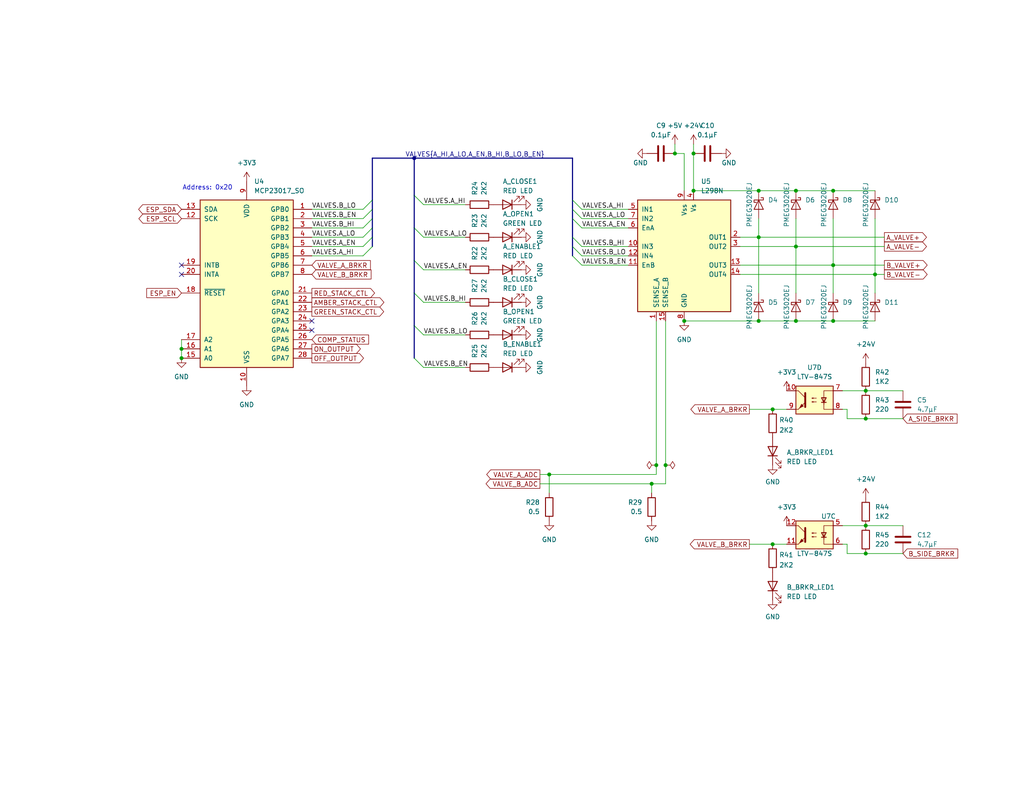
<source format=kicad_sch>
(kicad_sch (version 20211123) (generator eeschema)
  (paper "A")
  (title_block (title "Valve Control") (date "2022-10-17") (rev "1") (company "i3Detroit"))
  (lib_symbols
    (symbol "Device:C" (pin_numbers hide) (pin_names (offset 0.254))
      (property "Reference" "C" (at 0.635 2.54 0))
      (property "Value" "C" (at 0.635 -2.54 0))
      (symbol "C_0_1"
        (polyline (pts (xy -2.032 -0.762) (xy 2.032 -0.762)) (stroke (width 0.508)))
        (polyline (pts (xy -2.032 0.762) (xy 2.032 0.762)) (stroke (width 0.508)))
      )
      (symbol "C_1_1"
        (pin passive line (at 0 3.81 270) (length 2.794) (name "~") (number "1"))
        (pin passive line (at 0 -3.81 90) (length 2.794) (name "~") (number "2"))
      )
    )
    (symbol "Device:LED" (pin_numbers hide) (pin_names (offset 1.016) hide)
      (property "Reference" "D" (at 0 2.54 0))
      (property "Value" "LED" (at 0 -2.54 0))
      (symbol "LED_0_1"
        (polyline (pts (xy -1.27 -1.27) (xy -1.27 1.27)) (stroke (width 0.254)))
        (polyline (pts (xy -1.27 0) (xy 1.27 0)))
        (polyline (pts (xy 1.27 -1.27) (xy 1.27 1.27) (xy -1.27 0) (xy 1.27 -1.27)) (stroke (width 0.254)))
        (polyline (pts (xy -3.048 -0.762) (xy -4.572 -2.286) (xy -3.81 -2.286) (xy -4.572 -2.286) (xy -4.572 -1.524)))
        (polyline (pts (xy -1.778 -0.762) (xy -3.302 -2.286) (xy -2.54 -2.286) (xy -3.302 -2.286) (xy -3.302 -1.524)))
      )
      (symbol "LED_1_1"
        (pin passive line (at -3.81 0 0) (length 2.54) (name "K") (number "1"))
        (pin passive line (at 3.81 0 180) (length 2.54) (name "A") (number "2"))
      )
    )
    (symbol "Device:R" (pin_numbers hide) (pin_names (offset 0))
      (property "Reference" "R" (at 2.032 0 90))
      (property "Value" "R" (at 0 0 90))
      (symbol "R_0_1"
        (rectangle (start -1.016 -2.54) (end 1.016 2.54) (stroke (width 0.254)))
      )
      (symbol "R_1_1"
        (pin passive line (at 0 3.81 270) (length 1.27) (name "~") (number "1"))
        (pin passive line (at 0 -3.81 90) (length 1.27) (name "~") (number "2"))
      )
    )
    (symbol "Diode:PMEG3020EJ" (pin_numbers hide) (pin_names hide)
      (property "Reference" "D" (at 0 2.54 0))
      (property "Value" "PMEG3020EJ" (at 0 -2.54 0))
      (symbol "PMEG3020EJ_0_1"
        (polyline (pts (xy 1.27 0) (xy -1.27 0)))
        (polyline (pts (xy 1.27 1.27) (xy 1.27 -1.27) (xy -1.27 0) (xy 1.27 1.27)) (stroke (width 0.2032)))
        (polyline (pts (xy -1.905 0.635) (xy -1.905 1.27) (xy -1.27 1.27) (xy -1.27 -1.27) (xy -0.635 -1.27) (xy -0.635 -0.635)) (stroke (width 0.2032)))
      )
      (symbol "PMEG3020EJ_1_1"
        (pin passive line (at -3.81 0 0) (length 2.54) (name "K") (number "1"))
        (pin passive line (at 3.81 0 180) (length 2.54) (name "A") (number "2"))
      )
    )
    (symbol "Driver_Motor:L298N" (pin_names (offset 1.016))
      (property "Reference" "U" (at -10.16 16.51 0))
      (property "Value" "L298N" (at 12.7 16.51 0))
      (symbol "L298N_0_1"
        (rectangle (start -12.7 15.24) (end 12.7 -15.24) (stroke (width 0.254)) (fill (type background)))
      )
      (symbol "L298N_1_1"
        (pin power_in line (at -7.62 -17.78 90) (length 2.54) (name "SENSE_A") (number "1"))
        (pin input line (at -15.24 2.54 0) (length 2.54) (name "IN3") (number "10"))
        (pin input line (at -15.24 -2.54 0) (length 2.54) (name "EnB") (number "11"))
        (pin input line (at -15.24 0 0) (length 2.54) (name "IN4") (number "12"))
        (pin output line (at 15.24 -2.54 180) (length 2.54) (name "OUT3") (number "13"))
        (pin output line (at 15.24 -5.08 180) (length 2.54) (name "OUT4") (number "14"))
        (pin power_in line (at -5.08 -17.78 90) (length 2.54) (name "SENSE_B") (number "15"))
        (pin output line (at 15.24 5.08 180) (length 2.54) (name "OUT1") (number "2"))
        (pin output line (at 15.24 2.54 180) (length 2.54) (name "OUT2") (number "3"))
        (pin power_in line (at 2.54 17.78 270) (length 2.54) (name "Vs") (number "4"))
        (pin input line (at -15.24 12.7 0) (length 2.54) (name "IN1") (number "5"))
        (pin input line (at -15.24 7.62 0) (length 2.54) (name "EnA") (number "6"))
        (pin input line (at -15.24 10.16 0) (length 2.54) (name "IN2") (number "7"))
        (pin power_in line (at 0 -17.78 90) (length 2.54) (name "GND") (number "8"))
        (pin power_in line (at 0 17.78 270) (length 2.54) (name "Vss") (number "9"))
      )
    )
    (symbol "Interface_Expansion:MCP23017_SO" (pin_names (offset 1.016))
      (property "Reference" "U" (at -11.43 24.13 0))
      (property "Value" "MCP23017_SO" (at 0 0 0))
      (symbol "MCP23017_SO_0_1"
        (rectangle (start -12.7 22.86) (end 12.7 -22.86) (stroke (width 0.254)) (fill (type background)))
      )
      (symbol "MCP23017_SO_1_1"
        (pin bidirectional line (at 17.78 20.32 180) (length 5.08) (name "GPB0") (number "1"))
        (pin power_in line (at 0 -27.94 90) (length 5.08) (name "VSS") (number "10"))
        (pin no_connect line (at -12.7 15.24 0) (length 5.08) hide (name "NC") (number "11"))
        (pin input line (at -17.78 17.78 0) (length 5.08) (name "SCK") (number "12"))
        (pin bidirectional line (at -17.78 20.32 0) (length 5.08) (name "SDA") (number "13"))
        (pin no_connect line (at -12.7 12.7 0) (length 5.08) hide (name "NC") (number "14"))
        (pin input line (at -17.78 -20.32 0) (length 5.08) (name "A0") (number "15"))
        (pin input line (at -17.78 -17.78 0) (length 5.08) (name "A1") (number "16"))
        (pin input line (at -17.78 -15.24 0) (length 5.08) (name "A2") (number "17"))
        (pin input line (at -17.78 -2.54 0) (length 5.08) (name "~{RESET}") (number "18"))
        (pin tri_state line (at -17.78 5.08 0) (length 5.08) (name "INTB") (number "19"))
        (pin bidirectional line (at 17.78 17.78 180) (length 5.08) (name "GPB1") (number "2"))
        (pin tri_state line (at -17.78 2.54 0) (length 5.08) (name "INTA") (number "20"))
        (pin bidirectional line (at 17.78 -2.54 180) (length 5.08) (name "GPA0") (number "21"))
        (pin bidirectional line (at 17.78 -5.08 180) (length 5.08) (name "GPA1") (number "22"))
        (pin bidirectional line (at 17.78 -7.62 180) (length 5.08) (name "GPA2") (number "23"))
        (pin bidirectional line (at 17.78 -10.16 180) (length 5.08) (name "GPA3") (number "24"))
        (pin bidirectional line (at 17.78 -12.7 180) (length 5.08) (name "GPA4") (number "25"))
        (pin bidirectional line (at 17.78 -15.24 180) (length 5.08) (name "GPA5") (number "26"))
        (pin bidirectional line (at 17.78 -17.78 180) (length 5.08) (name "GPA6") (number "27"))
        (pin bidirectional line (at 17.78 -20.32 180) (length 5.08) (name "GPA7") (number "28"))
        (pin bidirectional line (at 17.78 15.24 180) (length 5.08) (name "GPB2") (number "3"))
        (pin bidirectional line (at 17.78 12.7 180) (length 5.08) (name "GPB3") (number "4"))
        (pin bidirectional line (at 17.78 10.16 180) (length 5.08) (name "GPB4") (number "5"))
        (pin bidirectional line (at 17.78 7.62 180) (length 5.08) (name "GPB5") (number "6"))
        (pin bidirectional line (at 17.78 5.08 180) (length 5.08) (name "GPB6") (number "7"))
        (pin bidirectional line (at 17.78 2.54 180) (length 5.08) (name "GPB7") (number "8"))
        (pin power_in line (at 0 27.94 270) (length 5.08) (name "VDD") (number "9"))
      )
    )
    (symbol "Isolator:LTV-847S" (pin_names (offset 1.016))
      (property "Reference" "U" (at -3.81 5.08 0))
      (property "Value" "LTV-847S" (at 0 -5.08 0))
      (symbol "LTV-847S_0_1"
        (rectangle (start -5.08 3.81) (end 5.08 -3.81) (stroke (width 0.254)) (fill (type background)))
        (polyline (pts (xy -3.175 -0.635) (xy -1.905 -0.635)) (stroke (width 0.254)))
        (polyline (pts (xy 2.54 0.635) (xy 4.445 2.54)))
        (polyline (pts (xy 4.445 -2.54) (xy 2.54 -0.635)) (fill (type outline)))
        (polyline (pts (xy 4.445 -2.54) (xy 5.08 -2.54)))
        (polyline (pts (xy 4.445 2.54) (xy 5.08 2.54)))
        (polyline (pts (xy -2.54 -0.635) (xy -2.54 -2.54) (xy -5.08 -2.54)))
        (polyline (pts (xy 2.54 1.905) (xy 2.54 -1.905) (xy 2.54 -1.905)) (stroke (width 0.508)))
        (polyline (pts (xy -5.08 2.54) (xy -2.54 2.54) (xy -2.54 -1.27) (xy -2.54 0.635)))
        (polyline (pts (xy -2.54 -0.635) (xy -3.175 0.635) (xy -1.905 0.635) (xy -2.54 -0.635)) (stroke (width 0.254)))
        (polyline (pts (xy -0.508 -0.508) (xy 0.762 -0.508) (xy 0.381 -0.635) (xy 0.381 -0.381) (xy 0.762 -0.508)))
        (polyline (pts (xy -0.508 0.508) (xy 0.762 0.508) (xy 0.381 0.381) (xy 0.381 0.635) (xy 0.762 0.508)))
        (polyline (pts (xy 3.048 -1.651) (xy 3.556 -1.143) (xy 4.064 -2.159) (xy 3.048 -1.651) (xy 3.048 -1.651)) (fill (type outline)))
      )
      (symbol "LTV-847S_1_1"
        (pin passive line (at -7.62 2.54 0) (length 2.54) (name "~") (number "1"))
        (pin passive line (at 7.62 -2.54 180) (length 2.54) (name "~") (number "15"))
        (pin passive line (at 7.62 2.54 180) (length 2.54) (name "~") (number "16"))
        (pin passive line (at -7.62 -2.54 0) (length 2.54) (name "~") (number "2"))
      )
      (symbol "LTV-847S_2_1"
        (pin passive line (at 7.62 -2.54 180) (length 2.54) (name "~") (number "13"))
        (pin passive line (at 7.62 2.54 180) (length 2.54) (name "~") (number "14"))
        (pin passive line (at -7.62 2.54 0) (length 2.54) (name "~") (number "3"))
        (pin passive line (at -7.62 -2.54 0) (length 2.54) (name "~") (number "4"))
      )
      (symbol "LTV-847S_3_1"
        (pin passive line (at 7.62 -2.54 180) (length 2.54) (name "~") (number "11"))
        (pin passive line (at 7.62 2.54 180) (length 2.54) (name "~") (number "12"))
        (pin passive line (at -7.62 2.54 0) (length 2.54) (name "~") (number "5"))
        (pin passive line (at -7.62 -2.54 0) (length 2.54) (name "~") (number "6"))
      )
      (symbol "LTV-847S_4_1"
        (pin passive line (at 7.62 2.54 180) (length 2.54) (name "~") (number "10"))
        (pin passive line (at -7.62 2.54 0) (length 2.54) (name "~") (number "7"))
        (pin passive line (at -7.62 -2.54 0) (length 2.54) (name "~") (number "8"))
        (pin passive line (at 7.62 -2.54 180) (length 2.54) (name "~") (number "9"))
      )
    )
    (symbol "power:+24V" (power) (pin_names (offset 0))
      (property "Value" "+24V" (at 0 3.556 0))
      (symbol "+24V_0_1"
        (polyline (pts (xy -0.762 1.27) (xy 0 2.54)))
        (polyline (pts (xy 0 0) (xy 0 2.54)))
        (polyline (pts (xy 0 2.54) (xy 0.762 1.27)))
      )
      (symbol "+24V_1_1"
        (pin power_in line (at 0 0 90) (length 0) hide (name "+24V") (number "1"))
      )
    )
    (symbol "power:+3V3" (power) (pin_names (offset 0))
      (property "Value" "+3V3" (at 0 3.556 0))
      (symbol "+3V3_0_1"
        (polyline (pts (xy -0.762 1.27) (xy 0 2.54)))
        (polyline (pts (xy 0 0) (xy 0 2.54)))
        (polyline (pts (xy 0 2.54) (xy 0.762 1.27)))
      )
      (symbol "+3V3_1_1"
        (pin power_in line (at 0 0 90) (length 0) hide (name "+3V3") (number "1"))
      )
    )
    (symbol "power:+5V" (power) (pin_names (offset 0))
      (property "Value" "+5V" (at 0 3.556 0))
      (symbol "+5V_0_1"
        (polyline (pts (xy -0.762 1.27) (xy 0 2.54)))
        (polyline (pts (xy 0 0) (xy 0 2.54)))
        (polyline (pts (xy 0 2.54) (xy 0.762 1.27)))
      )
      (symbol "+5V_1_1"
        (pin power_in line (at 0 0 90) (length 0) hide (name "+5V") (number "1"))
      )
    )
    (symbol "power:GND" (power) (pin_names (offset 0))
      (property "Value" "GND" (at 0 -3.81 0))
      (symbol "GND_0_1"
        (polyline (pts (xy 0 0) (xy 0 -1.27) (xy 1.27 -1.27) (xy 0 -2.54) (xy -1.27 -1.27) (xy 0 -1.27)))
      )
      (symbol "GND_1_1"
        (pin power_in line (at 0 0 270) (length 0) hide (name "GND") (number "1"))
      )
    )
    (symbol "power:PWR_FLAG" (power) (pin_numbers hide) (pin_names (offset 0) hide)
      (property "Value" "PWR_FLAG" (at 0 3.81 0))
      (symbol "PWR_FLAG_0_0"
        (pin power_out line (at 0 0 90) (length 0) (name "pwr") (number "1"))
      )
      (symbol "PWR_FLAG_0_1"
        (polyline (pts (xy 0 0) (xy 0 1.27) (xy -1.016 1.905) (xy 0 2.54) (xy 1.016 1.905) (xy 0 1.27)))
      )
    )
  )
  (junction (at 49.53 97.79))
  (junction (at 186.69 87.63))
  (junction (at 207.01 64.77))
  (junction (at 236.22 114.3))
  (junction (at 210.82 148.59))
  (junction (at 181.61 127))
  (junction (at 236.22 151.13))
  (junction (at 189.23 52.07))
  (junction (at 227.33 87.63))
  (junction (at 149.86 129.54))
  (junction (at 179.07 127))
  (junction (at 113.03 43.18))
  (junction (at 227.33 52.07))
  (junction (at 177.8 132.08))
  (junction (at 236.22 106.68))
  (junction (at 217.17 52.07))
  (junction (at 207.01 87.63))
  (junction (at 184.15 41.91))
  (junction (at 207.01 52.07))
  (junction (at 210.82 111.76))
  (junction (at 217.17 87.63))
  (junction (at 236.22 143.51))
  (junction (at 189.23 41.91))
  (junction (at 238.76 74.93))
  (junction (at 227.33 72.39))
  (junction (at 49.53 95.25))
  (junction (at 217.17 67.31))
  (no_connect (at 49.53 74.93))
  (no_connect (at 49.53 72.39))
  (no_connect (at 85.09 90.17))
  (no_connect (at 85.09 87.63))
  (bus_entry (at 156.21 64.77) (size 2.54 2.54))
  (bus_entry (at 156.21 67.31) (size 2.54 2.54))
  (bus_entry (at 156.21 59.69) (size 2.54 2.54))
  (bus_entry (at 156.21 69.85) (size 2.54 2.54))
  (bus_entry (at 101.6 54.61) (size -2.54 2.54))
  (bus_entry (at 113.03 71.12) (size 2.54 2.54))
  (bus_entry (at 113.03 88.9) (size 2.54 2.54))
  (bus_entry (at 101.6 59.69) (size -2.54 2.54))
  (bus_entry (at 156.21 57.15) (size 2.54 2.54))
  (bus_entry (at 101.6 64.77) (size -2.54 2.54))
  (bus_entry (at 101.6 57.15) (size -2.54 2.54))
  (bus_entry (at 113.03 53.34) (size 2.54 2.54))
  (bus_entry (at 156.21 54.61) (size 2.54 2.54))
  (bus_entry (at 101.6 62.23) (size -2.54 2.54))
  (bus_entry (at 113.03 97.79) (size 2.54 2.54))
  (bus_entry (at 101.6 67.31) (size -2.54 2.54))
  (bus_entry (at 113.03 62.23) (size 2.54 2.54))
  (bus_entry (at 113.03 80.01) (size 2.54 2.54))
  (wire (pts (xy 229.87 148.59) (xy 231.14 148.59)))
  (bus (pts (xy 113.03 43.18) (xy 113.03 53.34)))
  (wire (pts (xy 85.09 64.77) (xy 99.06 64.77)))
  (bus (pts (xy 113.03 88.9) (xy 113.03 97.79)))
  (wire (pts (xy 246.38 143.51) (xy 236.22 143.51)))
  (bus (pts (xy 113.03 71.12) (xy 113.03 80.01)))
  (wire (pts (xy 246.38 114.3) (xy 236.22 114.3)))
  (wire (pts (xy 246.38 151.13) (xy 236.22 151.13)))
  (wire (pts (xy 207.01 87.63) (xy 217.17 87.63)))
  (wire (pts (xy 241.3 64.77) (xy 207.01 64.77)))
  (wire (pts (xy 227.33 59.69) (xy 227.33 72.39)))
  (wire (pts (xy 207.01 64.77) (xy 201.93 64.77)))
  (bus (pts (xy 156.21 57.15) (xy 156.21 59.69)))
  (bus (pts (xy 113.03 62.23) (xy 113.03 71.12)))
  (wire (pts (xy 158.75 72.39) (xy 171.45 72.39)))
  (wire (pts (xy 231.14 151.13) (xy 236.22 151.13)))
  (bus (pts (xy 156.21 54.61) (xy 156.21 57.15)))
  (bus (pts (xy 156.21 67.31) (xy 156.21 69.85)))
  (bus (pts (xy 101.6 64.77) (xy 101.6 67.31)))
  (wire (pts (xy 115.57 55.88) (xy 127 55.88)))
  (wire (pts (xy 217.17 87.63) (xy 227.33 87.63)))
  (wire (pts (xy 241.3 74.93) (xy 238.76 74.93)))
  (wire (pts (xy 177.8 134.62) (xy 177.8 132.08)))
  (wire (pts (xy 231.14 114.3) (xy 236.22 114.3)))
  (wire (pts (xy 115.57 100.33) (xy 127 100.33)))
  (wire (pts (xy 184.15 39.37) (xy 184.15 41.91)))
  (wire (pts (xy 189.23 52.07) (xy 207.01 52.07)))
  (wire (pts (xy 241.3 67.31) (xy 217.17 67.31)))
  (wire (pts (xy 147.32 129.54) (xy 149.86 129.54)))
  (wire (pts (xy 241.3 72.39) (xy 227.33 72.39)))
  (bus (pts (xy 113.03 43.18) (xy 156.21 43.18)))
  (wire (pts (xy 227.33 72.39) (xy 227.33 80.01)))
  (wire (pts (xy 115.57 64.77) (xy 127 64.77)))
  (wire (pts (xy 231.14 111.76) (xy 231.14 114.3)))
  (bus (pts (xy 101.6 43.18) (xy 113.03 43.18)))
  (wire (pts (xy 238.76 59.69) (xy 238.76 74.93)))
  (wire (pts (xy 158.75 69.85) (xy 171.45 69.85)))
  (wire (pts (xy 181.61 87.63) (xy 181.61 127)))
  (wire (pts (xy 115.57 73.66) (xy 127 73.66)))
  (wire (pts (xy 217.17 67.31) (xy 217.17 80.01)))
  (wire (pts (xy 177.8 132.08) (xy 181.61 132.08)))
  (wire (pts (xy 85.09 57.15) (xy 99.06 57.15)))
  (bus (pts (xy 156.21 59.69) (xy 156.21 64.77)))
  (bus (pts (xy 113.03 53.34) (xy 113.03 62.23)))
  (wire (pts (xy 158.75 67.31) (xy 171.45 67.31)))
  (wire (pts (xy 207.01 52.07) (xy 217.17 52.07)))
  (wire (pts (xy 217.17 67.31) (xy 201.93 67.31)))
  (wire (pts (xy 115.57 82.55) (xy 127 82.55)))
  (bus (pts (xy 156.21 43.18) (xy 156.21 54.61)))
  (wire (pts (xy 227.33 72.39) (xy 201.93 72.39)))
  (wire (pts (xy 210.82 111.76) (xy 214.63 111.76)))
  (wire (pts (xy 85.09 62.23) (xy 99.06 62.23)))
  (wire (pts (xy 210.82 148.59) (xy 214.63 148.59)))
  (wire (pts (xy 217.17 52.07) (xy 227.33 52.07)))
  (wire (pts (xy 207.01 59.69) (xy 207.01 64.77)))
  (wire (pts (xy 158.75 59.69) (xy 171.45 59.69)))
  (wire (pts (xy 158.75 57.15) (xy 171.45 57.15)))
  (wire (pts (xy 217.17 59.69) (xy 217.17 67.31)))
  (wire (pts (xy 184.15 41.91) (xy 186.69 41.91)))
  (wire (pts (xy 238.76 74.93) (xy 238.76 80.01)))
  (wire (pts (xy 189.23 39.37) (xy 189.23 41.91)))
  (bus (pts (xy 113.03 80.01) (xy 113.03 88.9)))
  (bus (pts (xy 101.6 59.69) (xy 101.6 62.23)))
  (wire (pts (xy 85.09 59.69) (xy 99.06 59.69)))
  (wire (pts (xy 186.69 87.63) (xy 207.01 87.63)))
  (wire (pts (xy 236.22 106.68) (xy 229.87 106.68)))
  (wire (pts (xy 204.47 111.76) (xy 210.82 111.76)))
  (wire (pts (xy 49.53 92.71) (xy 49.53 95.25)))
  (bus (pts (xy 101.6 54.61) (xy 101.6 57.15)))
  (bus (pts (xy 101.6 57.15) (xy 101.6 59.69)))
  (wire (pts (xy 236.22 143.51) (xy 229.87 143.51)))
  (wire (pts (xy 189.23 41.91) (xy 189.23 52.07)))
  (bus (pts (xy 101.6 43.18) (xy 101.6 54.61)))
  (wire (pts (xy 238.76 74.93) (xy 201.93 74.93)))
  (wire (pts (xy 179.07 127) (xy 179.07 129.54)))
  (wire (pts (xy 115.57 91.44) (xy 127 91.44)))
  (wire (pts (xy 231.14 148.59) (xy 231.14 151.13)))
  (wire (pts (xy 149.86 129.54) (xy 179.07 129.54)))
  (wire (pts (xy 227.33 52.07) (xy 238.76 52.07)))
  (wire (pts (xy 207.01 64.77) (xy 207.01 80.01)))
  (wire (pts (xy 204.47 148.59) (xy 210.82 148.59)))
  (wire (pts (xy 85.09 69.85) (xy 99.06 69.85)))
  (wire (pts (xy 49.53 95.25) (xy 49.53 97.79)))
  (wire (pts (xy 181.61 127) (xy 181.61 132.08)))
  (wire (pts (xy 179.07 87.63) (xy 179.07 127)))
  (wire (pts (xy 227.33 87.63) (xy 238.76 87.63)))
  (wire (pts (xy 158.75 62.23) (xy 171.45 62.23)))
  (wire (pts (xy 186.69 41.91) (xy 186.69 52.07)))
  (wire (pts (xy 147.32 132.08) (xy 177.8 132.08)))
  (wire (pts (xy 229.87 111.76) (xy 231.14 111.76)))
  (wire (pts (xy 85.09 67.31) (xy 99.06 67.31)))
  (wire (pts (xy 149.86 129.54) (xy 149.86 134.62)))
  (bus (pts (xy 101.6 62.23) (xy 101.6 64.77)))
  (wire (pts (xy 246.38 106.68) (xy 236.22 106.68)))
  (bus (pts (xy 156.21 64.77) (xy 156.21 67.31)))
  (text "Address: 0x20" (at 63.5 52.07 180) (effects (font (size 1.27 1.27)) (justify right bottom)))
  (label "VALVES.A_HI" (at 158.75 57.15 0))
  (label "VALVES.A_LO" (at 85.09 64.77 0))
  (label "VALVES.B_LO" (at 85.09 57.15 0))
  (label "VALVES.A_HI" (at 85.09 69.85 0))
  (label "VALVES.A_LO" (at 115.57 64.77 0))
  (label "VALVES{A_HI,A_LO,A_EN,B_HI,B_LO,B_EN}" (at 148.59 43.18 180))
  (label "VALVES.A_LO" (at 158.75 59.69 0))
  (label "VALVES.A_EN" (at 85.09 67.31 0))
  (label "VALVES.B_EN" (at 85.09 59.69 0))
  (label "VALVES.B_EN" (at 115.57 100.33 0))
  (label "VALVES.B_LO" (at 158.75 69.85 0))
  (label "VALVES.B_HI" (at 85.09 62.23 0))
  (label "VALVES.B_LO" (at 115.57 91.44 0))
  (label "VALVES.B_HI" (at 115.57 82.55 0))
  (label "VALVES.B_EN" (at 158.75 72.39 0))
  (label "VALVES.B_HI" (at 158.75 67.31 0))
  (label "VALVES.A_EN" (at 115.57 73.66 0))
  (label "VALVES.A_EN" (at 158.75 62.23 0))
  (label "VALVES.A_HI" (at 115.57 55.88 0))
  (global_label "VALVE_B_ADC" (shape output) (at 147.32 132.08 180) (property "Intersheet References" "${INTERSHEET_REFS}" (at 132.6302 132.0006 0) (effects (justify right))))
  (global_label "VALVE_A_BRKR" (shape input) (at 85.09 72.39 0) (property "Intersheet References" "${INTERSHEET_REFS}" (at 101.0498 72.3106 0) (effects (justify left))))
  (global_label "B_VALVE-" (shape output) (at 241.3 74.93 0) (property "Intersheet References" "${INTERSHEET_REFS}" (at 252.966 74.8506 0) (effects (justify left))))
  (global_label "A_VALVE-" (shape output) (at 241.3 67.31 0) (property "Intersheet References" "${INTERSHEET_REFS}" (at 252.7845 67.2306 0) (effects (justify left))))
  (global_label "VALVE_A_BRKR" (shape output) (at 204.47 111.76 180) (property "Intersheet References" "${INTERSHEET_REFS}" (at 188.5102 111.6806 0) (effects (justify right))))
  (global_label "GREEN_STACK_CTL" (shape output) (at 85.09 85.09 0) (property "Intersheet References" "${INTERSHEET_REFS}" (at 104.6783 85.0106 0) (effects (justify left))))
  (global_label "B_SIDE_BRKR" (shape input) (at 246.38 151.13 0) (property "Intersheet References" "${INTERSHEET_REFS}" (at 261.3117 151.0506 0) (effects (justify left))))
  (global_label "ESP_SDA" (shape bidirectional) (at 49.53 57.15 180) (property "Intersheet References" "${INTERSHEET_REFS}" (at 38.9526 57.0706 0) (effects (justify right))))
  (global_label "ESP_SCL" (shape bidirectional) (at 49.53 59.69 180) (property "Intersheet References" "${INTERSHEET_REFS}" (at 39.0131 59.6106 0) (effects (justify right))))
  (global_label "A_VALVE+" (shape output) (at 241.3 64.77 0) (property "Intersheet References" "${INTERSHEET_REFS}" (at 252.7845 64.6906 0) (effects (justify left))))
  (global_label "A_SIDE_BRKR" (shape input) (at 246.38 114.3 0) (property "Intersheet References" "${INTERSHEET_REFS}" (at 261.1302 114.2206 0) (effects (justify left))))
  (global_label "ON_OUTPUT" (shape output) (at 85.09 95.25 0) (property "Intersheet References" "${INTERSHEET_REFS}" (at 98.3283 95.1706 0) (effects (justify left))))
  (global_label "ESP_EN" (shape input) (at 49.53 80.01 180) (property "Intersheet References" "${INTERSHEET_REFS}" (at 40.0412 79.9306 0) (effects (justify right))))
  (global_label "COMP_STATUS" (shape input) (at 85.09 92.71 0) (property "Intersheet References" "${INTERSHEET_REFS}" (at 100.566 92.6306 0) (effects (justify left))))
  (global_label "VALVE_B_BRKR" (shape input) (at 85.09 74.93 0) (property "Intersheet References" "${INTERSHEET_REFS}" (at 101.2312 74.8506 0) (effects (justify left))))
  (global_label "VALVE_A_ADC" (shape output) (at 147.32 129.54 180) (property "Intersheet References" "${INTERSHEET_REFS}" (at 132.8117 129.4606 0) (effects (justify right))))
  (global_label "B_VALVE+" (shape output) (at 241.3 72.39 0) (property "Intersheet References" "${INTERSHEET_REFS}" (at 252.966 72.3106 0) (effects (justify left))))
  (global_label "RED_STACK_CTL" (shape output) (at 85.09 80.01 0) (property "Intersheet References" "${INTERSHEET_REFS}" (at 102.1988 79.9306 0) (effects (justify left))))
  (global_label "AMBER_STACK_CTL" (shape output) (at 85.09 82.55 0) (property "Intersheet References" "${INTERSHEET_REFS}" (at 104.7388 82.4706 0) (effects (justify left))))
  (global_label "VALVE_B_BRKR" (shape output) (at 204.47 148.59 180) (property "Intersheet References" "${INTERSHEET_REFS}" (at 188.3288 148.5106 0) (effects (justify right))))
  (global_label "OFF_OUTPUT" (shape output) (at 85.09 97.79 0) (property "Intersheet References" "${INTERSHEET_REFS}" (at 99.175 97.7106 0) (effects (justify left))))
  (symbol (lib_id "power:+3V3") (at 214.63 143.51 0) (unit 1)
    (property "Reference" "#PWR0102" (effects hide))
    (property "Value" "+3V3" (at 214.63 138.43 0))
  )
  (symbol (lib_id "Device:LED") (at 138.43 100.33 180) (unit 1)
    (property "Reference" "B_ENABLE1" (at 137.16 93.98 0) (effects (justify right)))
    (property "Value" "RED LED" (at 137.16 96.52 0) (effects (justify right)))
    (property "Footprint" "LED_SMD:LED_0603_1608Metric" (effects hide))
  )
  (symbol (lib_id "Device:R") (at 130.81 64.77 270) (unit 1)
    (property "Reference" "R23" (at 129.5399 62.23 0) (effects (justify right)))
    (property "Value" "2K2" (at 132.0799 62.23 0) (effects (justify right)))
    (property "Footprint" "Resistor_SMD:R_0603_1608Metric" (effects hide))
  )
  (symbol (lib_id "Device:C") (at 246.38 110.49 180) (unit 1)
    (property "Reference" "C5" (at 250.19 109.2199 0) (effects (justify right)))
    (property "Value" "4.7μF" (at 250.19 111.7599 0) (effects (justify right)))
    (property "Footprint" "Capacitor_SMD:C_0603_1608Metric" (effects hide))
  )
  (symbol (lib_id "Diode:PMEG3020EJ") (at 207.01 83.82 270) (unit 1)
    (property "Reference" "D5" (at 209.55 82.5499 90) (effects (justify left)))
    (property "Value" "PMEG3020EJ" (at 204.47 83.82 0))
    (property "Footprint" "Diode_SMD:D_SOD-323F" (effects hide))
    (property "Datasheet" "https://assets.nexperia.com/documents/data-sheet/PMEG3020EH_EJ.pdf" (effects hide))
  )
  (symbol (lib_id "power:GND") (at 196.85 41.91 90) (unit 1)
    (property "Reference" "#PWR071" (effects hide))
    (property "Value" "GND" (at 196.85 44.45 90) (effects (justify right)))
  )
  (symbol (lib_id "power:GND") (at 67.31 105.41 0) (unit 1)
    (property "Reference" "#PWR058" (effects hide))
    (property "Value" "GND" (at 67.31 110.49 0))
  )
  (symbol (lib_id "power:+5V") (at 184.15 39.37 0) (unit 1)
    (property "Reference" "#PWR068" (effects hide))
    (property "Value" "+5V" (at 184.15 34.29 0))
  )
  (symbol (lib_id "power:GND") (at 142.24 82.55 90) (unit 1)
    (property "Reference" "#PWR064" (effects hide))
    (property "Value" "GND" (at 147.32 82.55 0))
  )
  (symbol (lib_id "power:GND") (at 210.82 163.83 0) (unit 1)
    (property "Reference" "#PWR0105" (effects hide))
    (property "Value" "GND" (at 210.82 168.3925 0))
  )
  (symbol (lib_id "Device:R") (at 236.22 110.49 0) (unit 1)
    (property "Reference" "R43" (at 238.76 109.2199 0) (effects (justify left)))
    (property "Value" "220" (at 238.76 111.7599 0) (effects (justify left)))
    (property "Footprint" "Resistor_SMD:R_0603_1608Metric" (effects hide))
  )
  (symbol (lib_id "power:GND") (at 149.86 142.24 0) (unit 1)
    (property "Reference" "#PWR065" (effects hide))
    (property "Value" "GND" (at 149.86 147.32 0))
  )
  (symbol (lib_id "Device:R") (at 130.81 100.33 270) (unit 1)
    (property "Reference" "R25" (at 129.5399 97.79 0) (effects (justify right)))
    (property "Value" "2K2" (at 132.0799 97.79 0) (effects (justify right)))
    (property "Footprint" "Resistor_SMD:R_0603_1608Metric" (effects hide))
  )
  (symbol (lib_id "Device:LED") (at 138.43 91.44 180) (unit 1)
    (property "Reference" "B_OPEN1" (at 137.16 85.09 0) (effects (justify right)))
    (property "Value" "GREEN LED" (at 137.16 87.63 0) (effects (justify right)))
    (property "Footprint" "LED_SMD:LED_0603_1608Metric" (effects hide))
  )
  (symbol (lib_id "Diode:PMEG3020EJ") (at 227.33 83.82 270) (unit 1)
    (property "Reference" "D9" (at 229.87 82.5499 90) (effects (justify left)))
    (property "Value" "PMEG3020EJ" (at 224.79 83.82 0))
    (property "Footprint" "Diode_SMD:D_SOD-323F" (effects hide))
    (property "Datasheet" "https://assets.nexperia.com/documents/data-sheet/PMEG3020EH_EJ.pdf" (effects hide))
  )
  (symbol (lib_id "power:+24V") (at 236.22 99.06 0) (unit 1)
    (property "Reference" "#PWR0104" (effects hide))
    (property "Value" "+24V" (at 236.22 93.98 0))
  )
  (symbol (lib_id "Device:R") (at 210.82 115.57 0) (unit 1)
    (property "Reference" "R40" (at 212.598 114.6615 0) (effects (justify left)))
    (property "Value" "2K2" (at 212.598 117.4366 0) (effects (justify left)))
    (property "Footprint" "Resistor_SMD:R_0603_1608Metric" (effects hide))
  )
  (symbol (lib_id "Device:LED") (at 138.43 73.66 180) (unit 1)
    (property "Reference" "A_ENABLE1" (at 137.16 67.31 0) (effects (justify right)))
    (property "Value" "RED LED" (at 137.16 69.85 0) (effects (justify right)))
    (property "Footprint" "LED_SMD:LED_0603_1608Metric" (effects hide))
  )
  (symbol (lib_id "Device:R") (at 149.86 138.43 0) (mirror x) (unit 1)
    (property "Reference" "R28" (at 147.32 137.1599 0) (effects (justify right)))
    (property "Value" "0.5" (at 147.32 139.6999 0) (effects (justify right)))
    (property "Footprint" "Resistor_SMD:R_1206_3216Metric" (effects hide))
  )
  (symbol (lib_id "Device:R") (at 210.82 152.4 0) (unit 1)
    (property "Reference" "R41" (at 212.598 151.4915 0) (effects (justify left)))
    (property "Value" "2K2" (at 212.598 154.2666 0) (effects (justify left)))
    (property "Footprint" "Resistor_SMD:R_0603_1608Metric" (effects hide))
  )
  (symbol (lib_id "Diode:PMEG3020EJ") (at 207.01 55.88 270) (unit 1)
    (property "Reference" "D4" (at 209.55 54.6099 90) (effects (justify left)))
    (property "Value" "PMEG3020EJ" (at 204.47 55.88 0))
    (property "Footprint" "Diode_SMD:D_SOD-323F" (effects hide))
    (property "Datasheet" "https://assets.nexperia.com/documents/data-sheet/PMEG3020EH_EJ.pdf" (effects hide))
  )
  (symbol (lib_id "Diode:PMEG3020EJ") (at 217.17 83.82 270) (unit 1)
    (property "Reference" "D7" (at 219.71 82.5499 90) (effects (justify left)))
    (property "Value" "PMEG3020EJ" (at 214.63 83.82 0))
    (property "Footprint" "Diode_SMD:D_SOD-323F" (effects hide))
    (property "Datasheet" "https://assets.nexperia.com/documents/data-sheet/PMEG3020EH_EJ.pdf" (effects hide))
  )
  (symbol (lib_id "power:GND") (at 142.24 64.77 90) (unit 1)
    (property "Reference" "#PWR060" (effects hide))
    (property "Value" "GND" (at 147.32 64.77 0))
  )
  (symbol (lib_id "Device:LED") (at 210.82 123.19 90) (unit 1)
    (property "Reference" "A_BRKR_LED1" (at 214.63 123.5074 90) (effects (justify right)))
    (property "Value" "RED LED" (at 214.63 126.0474 90) (effects (justify right)))
    (property "Footprint" "LED_SMD:LED_0603_1608Metric" (effects hide))
  )
  (symbol (lib_id "Diode:PMEG3020EJ") (at 227.33 55.88 270) (unit 1)
    (property "Reference" "D8" (at 229.87 54.6099 90) (effects (justify left)))
    (property "Value" "PMEG3020EJ" (at 224.79 55.88 0))
    (property "Footprint" "Diode_SMD:D_SOD-323F" (effects hide))
    (property "Datasheet" "https://assets.nexperia.com/documents/data-sheet/PMEG3020EH_EJ.pdf" (effects hide))
  )
  (symbol (lib_id "power:GND") (at 142.24 73.66 90) (unit 1)
    (property "Reference" "#PWR059" (effects hide))
    (property "Value" "GND" (at 147.32 73.66 0))
  )
  (symbol (lib_id "Device:R") (at 130.81 55.88 270) (unit 1)
    (property "Reference" "R24" (at 129.5399 53.34 0) (effects (justify right)))
    (property "Value" "2K2" (at 132.0799 53.34 0) (effects (justify right)))
    (property "Footprint" "Resistor_SMD:R_0603_1608Metric" (effects hide))
  )
  (symbol (lib_id "Diode:PMEG3020EJ") (at 238.76 83.82 270) (unit 1)
    (property "Reference" "D11" (at 241.3 82.5499 90) (effects (justify left)))
    (property "Value" "PMEG3020EJ" (at 236.22 83.82 0))
    (property "Footprint" "Diode_SMD:D_SOD-323F" (effects hide))
    (property "Datasheet" "https://assets.nexperia.com/documents/data-sheet/PMEG3020EH_EJ.pdf" (effects hide))
  )
  (symbol (lib_id "power:GND") (at 142.24 55.88 90) (unit 1)
    (property "Reference" "#PWR061" (effects hide))
    (property "Value" "GND" (at 147.32 55.88 0))
  )
  (symbol (lib_id "Device:LED") (at 138.43 55.88 180) (unit 1)
    (property "Reference" "A_CLOSE1" (at 137.16 49.53 0) (effects (justify right)))
    (property "Value" "RED LED" (at 137.16 52.07 0) (effects (justify right)))
    (property "Footprint" "LED_SMD:LED_0603_1608Metric" (effects hide))
  )
  (symbol (lib_id "power:GND") (at 176.53 41.91 270) (unit 1)
    (property "Reference" "#PWR066" (effects hide))
    (property "Value" "GND" (at 172.72 44.45 90) (effects (justify left)))
  )
  (symbol (lib_id "power:+3V3") (at 67.31 49.53 0) (unit 1)
    (property "Reference" "#PWR057" (effects hide))
    (property "Value" "+3V3" (at 67.31 44.45 0))
  )
  (symbol (lib_id "power:GND") (at 49.53 97.79 0) (unit 1)
    (property "Reference" "#PWR056" (effects hide))
    (property "Value" "GND" (at 49.53 102.87 0))
  )
  (symbol (lib_id "Isolator:LTV-847S") (at 222.25 109.22 0) (mirror y) (unit 4)
    (property "Reference" "U7" (at 222.25 100.33 0))
    (property "Value" "LTV-847S" (at 222.25 102.87 0))
    (property "Footprint" "Package_DIP:SMDIP-16_W9.53mm" (effects hide))
    (property "Datasheet" "http://www.us.liteon.com/downloads/LTV-817-827-847.PDF" (effects hide))
  )
  (symbol (lib_id "Device:R") (at 236.22 139.7 0) (unit 1)
    (property "Reference" "R44" (at 238.76 138.4299 0) (effects (justify left)))
    (property "Value" "1K2" (at 238.76 140.9699 0) (effects (justify left)))
    (property "Footprint" "Resistor_SMD:R_0603_1608Metric" (effects hide))
  )
  (symbol (lib_id "power:GND") (at 142.24 100.33 90) (unit 1)
    (property "Reference" "#PWR062" (effects hide))
    (property "Value" "GND" (at 147.32 100.33 0))
  )
  (symbol (lib_id "Device:R") (at 236.22 147.32 0) (unit 1)
    (property "Reference" "R45" (at 238.76 146.0499 0) (effects (justify left)))
    (property "Value" "220" (at 238.76 148.5899 0) (effects (justify left)))
    (property "Footprint" "Resistor_SMD:R_0603_1608Metric" (effects hide))
  )
  (symbol (lib_id "power:+24V") (at 189.23 39.37 0) (unit 1)
    (property "Reference" "#PWR070" (effects hide))
    (property "Value" "+24V" (at 189.23 34.29 0))
  )
  (symbol (lib_id "Driver_Motor:L298N") (at 186.69 69.85 0) (unit 1)
    (property "Reference" "U5" (at 191.2494 49.53 0) (effects (justify left)))
    (property "Value" "L298N" (at 191.2494 52.07 0) (effects (justify left)))
    (property "Footprint" "Package_TO_SOT_THT:TO-220-15_P2.54x2.54mm_StaggerOdd_Lead4.58mm_Vertical" (effects hide))
    (property "Datasheet" "http://www.st.com/st-web-ui/static/active/en/resource/technical/document/datasheet/CD00000240.pdf" (effects hide))
  )
  (symbol (lib_id "power:PWR_FLAG") (at 181.61 127 270) (unit 1)
    (property "Reference" "#FLG0104" (effects hide))
    (property "Value" "PWR_FLAG" (effects hide))
  )
  (symbol (lib_id "Diode:PMEG3020EJ") (at 238.76 55.88 270) (unit 1)
    (property "Reference" "D10" (at 241.3 54.6099 90) (effects (justify left)))
    (property "Value" "PMEG3020EJ" (at 236.22 55.88 0))
    (property "Footprint" "Diode_SMD:D_SOD-323F" (effects hide))
    (property "Datasheet" "https://assets.nexperia.com/documents/data-sheet/PMEG3020EH_EJ.pdf" (effects hide))
  )
  (symbol (lib_id "power:GND") (at 177.8 142.24 0) (unit 1)
    (property "Reference" "#PWR067" (effects hide))
    (property "Value" "GND" (at 177.8 147.32 0))
  )
  (symbol (lib_id "Device:LED") (at 138.43 64.77 180) (unit 1)
    (property "Reference" "A_OPEN1" (at 137.16 58.42 0) (effects (justify right)))
    (property "Value" "GREEN LED" (at 137.16 60.96 0) (effects (justify right)))
    (property "Footprint" "LED_SMD:LED_0603_1608Metric" (effects hide))
  )
  (symbol (lib_id "power:GND") (at 210.82 127 0) (unit 1)
    (property "Reference" "#PWR0103" (effects hide))
    (property "Value" "GND" (at 210.82 131.5625 0))
  )
  (symbol (lib_id "Device:R") (at 236.22 102.87 0) (unit 1)
    (property "Reference" "R42" (at 238.76 101.5999 0) (effects (justify left)))
    (property "Value" "1K2" (at 238.76 104.1399 0) (effects (justify left)))
    (property "Footprint" "Resistor_SMD:R_0603_1608Metric" (effects hide))
  )
  (symbol (lib_id "Device:R") (at 130.81 82.55 270) (unit 1)
    (property "Reference" "R27" (at 129.5399 80.01 0) (effects (justify right)))
    (property "Value" "2K2" (at 132.0799 80.01 0) (effects (justify right)))
    (property "Footprint" "Resistor_SMD:R_0603_1608Metric" (effects hide))
  )
  (symbol (lib_id "Isolator:LTV-847S") (at 222.25 146.05 0) (mirror y) (unit 3)
    (property "Reference" "U7" (at 226.06 140.97 0))
    (property "Value" "LTV-847S" (at 222.25 151.13 0))
    (property "Footprint" "Package_DIP:SMDIP-16_W9.53mm" (effects hide))
    (property "Datasheet" "http://www.us.liteon.com/downloads/LTV-817-827-847.PDF" (effects hide))
  )
  (symbol (lib_id "Device:R") (at 130.81 73.66 270) (unit 1)
    (property "Reference" "R22" (at 129.5399 71.12 0) (effects (justify right)))
    (property "Value" "2K2" (at 132.0799 71.12 0) (effects (justify right)))
    (property "Footprint" "Resistor_SMD:R_0603_1608Metric" (effects hide))
  )
  (symbol (lib_id "Device:C") (at 180.34 41.91 90) (unit 1)
    (property "Reference" "C9" (at 180.34 34.29 90))
    (property "Value" "0.1µF" (at 180.34 36.83 90))
    (property "Footprint" "Capacitor_SMD:C_0603_1608Metric" (effects hide))
  )
  (symbol (lib_id "power:+3V3") (at 214.63 106.68 0) (unit 1)
    (property "Reference" "#PWR0101" (effects hide))
    (property "Value" "+3V3" (at 214.63 101.6 0))
  )
  (symbol (lib_id "power:PWR_FLAG") (at 179.07 127 90) (unit 1)
    (property "Reference" "#FLG0105" (effects hide))
    (property "Value" "PWR_FLAG" (effects hide))
  )
  (symbol (lib_id "Interface_Expansion:MCP23017_SO") (at 67.31 77.47 0) (unit 1)
    (property "Reference" "U4" (at 69.3294 49.53 0) (effects (justify left)))
    (property "Value" "MCP23017_SO" (at 69.3294 52.07 0) (effects (justify left)))
    (property "Footprint" "Package_SO:SOIC-28W_7.5x17.9mm_P1.27mm" (effects hide))
    (property "Datasheet" "http://ww1.microchip.com/downloads/en/DeviceDoc/20001952C.pdf" (effects hide))
  )
  (symbol (lib_id "Device:R") (at 177.8 138.43 0) (mirror x) (unit 1)
    (property "Reference" "R29" (at 175.26 137.1599 0) (effects (justify right)))
    (property "Value" "0.5" (at 175.26 139.6999 0) (effects (justify right)))
    (property "Footprint" "Resistor_SMD:R_1206_3216Metric" (effects hide))
  )
  (symbol (lib_id "power:GND") (at 186.69 87.63 0) (unit 1)
    (property "Reference" "#PWR069" (effects hide))
    (property "Value" "GND" (at 186.69 92.71 0))
  )
  (symbol (lib_id "power:+24V") (at 236.22 135.89 0) (unit 1)
    (property "Reference" "#PWR0106" (effects hide))
    (property "Value" "+24V" (at 236.22 130.81 0))
  )
  (symbol (lib_id "power:GND") (at 142.24 91.44 90) (unit 1)
    (property "Reference" "#PWR063" (effects hide))
    (property "Value" "GND" (at 147.32 91.44 0))
  )
  (symbol (lib_id "Device:C") (at 193.04 41.91 90) (unit 1)
    (property "Reference" "C10" (at 193.04 34.29 90))
    (property "Value" "0.1µF" (at 193.04 36.83 90))
    (property "Footprint" "Capacitor_SMD:C_0603_1608Metric" (effects hide))
  )
  (symbol (lib_id "Device:LED") (at 210.82 160.02 90) (unit 1)
    (property "Reference" "B_BRKR_LED1" (at 214.63 160.3374 90) (effects (justify right)))
    (property "Value" "RED LED" (at 214.63 162.8774 90) (effects (justify right)))
    (property "Footprint" "LED_SMD:LED_0603_1608Metric" (effects hide))
  )
  (symbol (lib_id "Device:C") (at 246.38 147.32 180) (unit 1)
    (property "Reference" "C12" (at 250.19 146.0499 0) (effects (justify right)))
    (property "Value" "4.7μF" (at 250.19 148.5899 0) (effects (justify right)))
    (property "Footprint" "Capacitor_SMD:C_0603_1608Metric" (effects hide))
  )
  (symbol (lib_id "Device:LED") (at 138.43 82.55 180) (unit 1)
    (property "Reference" "B_CLOSE1" (at 137.16 76.2 0) (effects (justify right)))
    (property "Value" "RED LED" (at 137.16 78.74 0) (effects (justify right)))
    (property "Footprint" "LED_SMD:LED_0603_1608Metric" (effects hide))
  )
  (symbol (lib_id "Diode:PMEG3020EJ") (at 217.17 55.88 270) (unit 1)
    (property "Reference" "D6" (at 219.71 54.6099 90) (effects (justify left)))
    (property "Value" "PMEG3020EJ" (at 214.63 55.88 0))
    (property "Footprint" "Diode_SMD:D_SOD-323F" (effects hide))
    (property "Datasheet" "https://assets.nexperia.com/documents/data-sheet/PMEG3020EH_EJ.pdf" (effects hide))
  )
  (symbol (lib_id "Device:R") (at 130.81 91.44 270) (unit 1)
    (property "Reference" "R26" (at 129.5399 88.9 0) (effects (justify right)))
    (property "Value" "2K2" (at 132.0799 88.9 0) (effects (justify right)))
    (property "Footprint" "Resistor_SMD:R_0603_1608Metric" (effects hide))
  )
)
</source>
